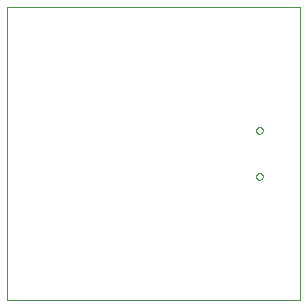
<source format=gbp>
G75*
%MOIN*%
%OFA0B0*%
%FSLAX25Y25*%
%IPPOS*%
%LPD*%
%AMOC8*
5,1,8,0,0,1.08239X$1,22.5*
%
%ADD10C,0.00000*%
D10*
X0001600Y0001600D02*
X0001600Y0099100D01*
X0099100Y0099100D01*
X0099100Y0001600D01*
X0001600Y0001600D01*
X0084552Y0042673D02*
X0084554Y0042738D01*
X0084560Y0042804D01*
X0084570Y0042868D01*
X0084583Y0042932D01*
X0084601Y0042995D01*
X0084622Y0043057D01*
X0084647Y0043117D01*
X0084676Y0043176D01*
X0084708Y0043233D01*
X0084744Y0043288D01*
X0084782Y0043341D01*
X0084824Y0043391D01*
X0084869Y0043439D01*
X0084917Y0043484D01*
X0084967Y0043526D01*
X0085020Y0043564D01*
X0085075Y0043600D01*
X0085132Y0043632D01*
X0085191Y0043661D01*
X0085251Y0043686D01*
X0085313Y0043707D01*
X0085376Y0043725D01*
X0085440Y0043738D01*
X0085504Y0043748D01*
X0085570Y0043754D01*
X0085635Y0043756D01*
X0085700Y0043754D01*
X0085766Y0043748D01*
X0085830Y0043738D01*
X0085894Y0043725D01*
X0085957Y0043707D01*
X0086019Y0043686D01*
X0086079Y0043661D01*
X0086138Y0043632D01*
X0086195Y0043600D01*
X0086250Y0043564D01*
X0086303Y0043526D01*
X0086353Y0043484D01*
X0086401Y0043439D01*
X0086446Y0043391D01*
X0086488Y0043341D01*
X0086526Y0043288D01*
X0086562Y0043233D01*
X0086594Y0043176D01*
X0086623Y0043117D01*
X0086648Y0043057D01*
X0086669Y0042995D01*
X0086687Y0042932D01*
X0086700Y0042868D01*
X0086710Y0042804D01*
X0086716Y0042738D01*
X0086718Y0042673D01*
X0086716Y0042608D01*
X0086710Y0042542D01*
X0086700Y0042478D01*
X0086687Y0042414D01*
X0086669Y0042351D01*
X0086648Y0042289D01*
X0086623Y0042229D01*
X0086594Y0042170D01*
X0086562Y0042113D01*
X0086526Y0042058D01*
X0086488Y0042005D01*
X0086446Y0041955D01*
X0086401Y0041907D01*
X0086353Y0041862D01*
X0086303Y0041820D01*
X0086250Y0041782D01*
X0086195Y0041746D01*
X0086138Y0041714D01*
X0086079Y0041685D01*
X0086019Y0041660D01*
X0085957Y0041639D01*
X0085894Y0041621D01*
X0085830Y0041608D01*
X0085766Y0041598D01*
X0085700Y0041592D01*
X0085635Y0041590D01*
X0085570Y0041592D01*
X0085504Y0041598D01*
X0085440Y0041608D01*
X0085376Y0041621D01*
X0085313Y0041639D01*
X0085251Y0041660D01*
X0085191Y0041685D01*
X0085132Y0041714D01*
X0085075Y0041746D01*
X0085020Y0041782D01*
X0084967Y0041820D01*
X0084917Y0041862D01*
X0084869Y0041907D01*
X0084824Y0041955D01*
X0084782Y0042005D01*
X0084744Y0042058D01*
X0084708Y0042113D01*
X0084676Y0042170D01*
X0084647Y0042229D01*
X0084622Y0042289D01*
X0084601Y0042351D01*
X0084583Y0042414D01*
X0084570Y0042478D01*
X0084560Y0042542D01*
X0084554Y0042608D01*
X0084552Y0042673D01*
X0084552Y0058027D02*
X0084554Y0058092D01*
X0084560Y0058158D01*
X0084570Y0058222D01*
X0084583Y0058286D01*
X0084601Y0058349D01*
X0084622Y0058411D01*
X0084647Y0058471D01*
X0084676Y0058530D01*
X0084708Y0058587D01*
X0084744Y0058642D01*
X0084782Y0058695D01*
X0084824Y0058745D01*
X0084869Y0058793D01*
X0084917Y0058838D01*
X0084967Y0058880D01*
X0085020Y0058918D01*
X0085075Y0058954D01*
X0085132Y0058986D01*
X0085191Y0059015D01*
X0085251Y0059040D01*
X0085313Y0059061D01*
X0085376Y0059079D01*
X0085440Y0059092D01*
X0085504Y0059102D01*
X0085570Y0059108D01*
X0085635Y0059110D01*
X0085700Y0059108D01*
X0085766Y0059102D01*
X0085830Y0059092D01*
X0085894Y0059079D01*
X0085957Y0059061D01*
X0086019Y0059040D01*
X0086079Y0059015D01*
X0086138Y0058986D01*
X0086195Y0058954D01*
X0086250Y0058918D01*
X0086303Y0058880D01*
X0086353Y0058838D01*
X0086401Y0058793D01*
X0086446Y0058745D01*
X0086488Y0058695D01*
X0086526Y0058642D01*
X0086562Y0058587D01*
X0086594Y0058530D01*
X0086623Y0058471D01*
X0086648Y0058411D01*
X0086669Y0058349D01*
X0086687Y0058286D01*
X0086700Y0058222D01*
X0086710Y0058158D01*
X0086716Y0058092D01*
X0086718Y0058027D01*
X0086716Y0057962D01*
X0086710Y0057896D01*
X0086700Y0057832D01*
X0086687Y0057768D01*
X0086669Y0057705D01*
X0086648Y0057643D01*
X0086623Y0057583D01*
X0086594Y0057524D01*
X0086562Y0057467D01*
X0086526Y0057412D01*
X0086488Y0057359D01*
X0086446Y0057309D01*
X0086401Y0057261D01*
X0086353Y0057216D01*
X0086303Y0057174D01*
X0086250Y0057136D01*
X0086195Y0057100D01*
X0086138Y0057068D01*
X0086079Y0057039D01*
X0086019Y0057014D01*
X0085957Y0056993D01*
X0085894Y0056975D01*
X0085830Y0056962D01*
X0085766Y0056952D01*
X0085700Y0056946D01*
X0085635Y0056944D01*
X0085570Y0056946D01*
X0085504Y0056952D01*
X0085440Y0056962D01*
X0085376Y0056975D01*
X0085313Y0056993D01*
X0085251Y0057014D01*
X0085191Y0057039D01*
X0085132Y0057068D01*
X0085075Y0057100D01*
X0085020Y0057136D01*
X0084967Y0057174D01*
X0084917Y0057216D01*
X0084869Y0057261D01*
X0084824Y0057309D01*
X0084782Y0057359D01*
X0084744Y0057412D01*
X0084708Y0057467D01*
X0084676Y0057524D01*
X0084647Y0057583D01*
X0084622Y0057643D01*
X0084601Y0057705D01*
X0084583Y0057768D01*
X0084570Y0057832D01*
X0084560Y0057896D01*
X0084554Y0057962D01*
X0084552Y0058027D01*
M02*

</source>
